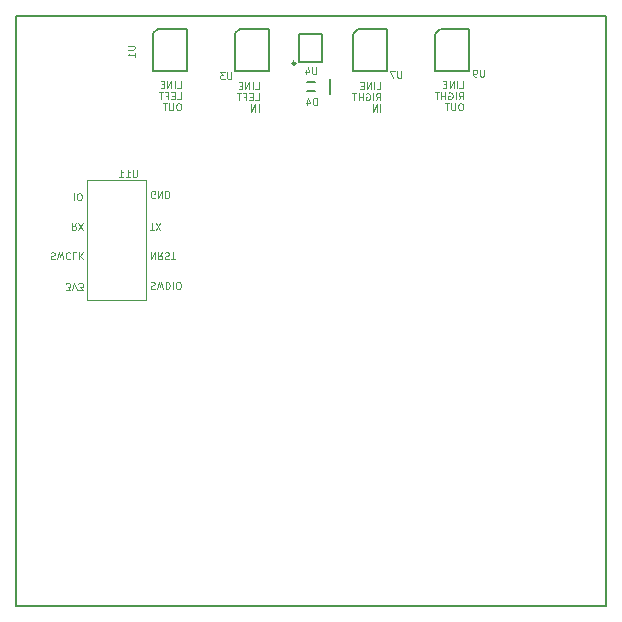
<source format=gbo>
G04 #@! TF.FileFunction,Legend,Bot*
%FSLAX46Y46*%
G04 Gerber Fmt 4.6, Leading zero omitted, Abs format (unit mm)*
G04 Created by KiCad (PCBNEW (2016-01-20 BZR 6502, Git 4c1d9af)-product) date Mon 29 Feb 2016 08:28:28 AM EST*
%MOMM*%
G01*
G04 APERTURE LIST*
%ADD10C,0.100000*%
%ADD11C,0.150000*%
%ADD12C,0.250000*%
G04 APERTURE END LIST*
D10*
X104928572Y-65028571D02*
X104928572Y-65628571D01*
X105328572Y-65628571D02*
X105442858Y-65628571D01*
X105500000Y-65600000D01*
X105557143Y-65542857D01*
X105585715Y-65428571D01*
X105585715Y-65228571D01*
X105557143Y-65114286D01*
X105500000Y-65057143D01*
X105442858Y-65028571D01*
X105328572Y-65028571D01*
X105271429Y-65057143D01*
X105214286Y-65114286D01*
X105185715Y-65228571D01*
X105185715Y-65428571D01*
X105214286Y-65542857D01*
X105271429Y-65600000D01*
X105328572Y-65628571D01*
X105114285Y-67528571D02*
X104914285Y-67814286D01*
X104771428Y-67528571D02*
X104771428Y-68128571D01*
X105000000Y-68128571D01*
X105057142Y-68100000D01*
X105085714Y-68071429D01*
X105114285Y-68014286D01*
X105114285Y-67928571D01*
X105085714Y-67871429D01*
X105057142Y-67842857D01*
X105000000Y-67814286D01*
X104771428Y-67814286D01*
X105314285Y-68128571D02*
X105714285Y-67528571D01*
X105714285Y-68128571D02*
X105314285Y-67528571D01*
X102971429Y-70057143D02*
X103057143Y-70028571D01*
X103200000Y-70028571D01*
X103257143Y-70057143D01*
X103285714Y-70085714D01*
X103314286Y-70142857D01*
X103314286Y-70200000D01*
X103285714Y-70257143D01*
X103257143Y-70285714D01*
X103200000Y-70314286D01*
X103085714Y-70342857D01*
X103028572Y-70371429D01*
X103000000Y-70400000D01*
X102971429Y-70457143D01*
X102971429Y-70514286D01*
X103000000Y-70571429D01*
X103028572Y-70600000D01*
X103085714Y-70628571D01*
X103228572Y-70628571D01*
X103314286Y-70600000D01*
X103514286Y-70628571D02*
X103657143Y-70028571D01*
X103771429Y-70457143D01*
X103885715Y-70028571D01*
X104028572Y-70628571D01*
X104600000Y-70085714D02*
X104571429Y-70057143D01*
X104485715Y-70028571D01*
X104428572Y-70028571D01*
X104342857Y-70057143D01*
X104285715Y-70114286D01*
X104257143Y-70171429D01*
X104228572Y-70285714D01*
X104228572Y-70371429D01*
X104257143Y-70485714D01*
X104285715Y-70542857D01*
X104342857Y-70600000D01*
X104428572Y-70628571D01*
X104485715Y-70628571D01*
X104571429Y-70600000D01*
X104600000Y-70571429D01*
X105142857Y-70028571D02*
X104857143Y-70028571D01*
X104857143Y-70628571D01*
X105342857Y-70028571D02*
X105342857Y-70628571D01*
X105685714Y-70028571D02*
X105428571Y-70371429D01*
X105685714Y-70628571D02*
X105342857Y-70285714D01*
X104228570Y-73228571D02*
X104599999Y-73228571D01*
X104399999Y-73000000D01*
X104485713Y-73000000D01*
X104542856Y-72971429D01*
X104571427Y-72942857D01*
X104599999Y-72885714D01*
X104599999Y-72742857D01*
X104571427Y-72685714D01*
X104542856Y-72657143D01*
X104485713Y-72628571D01*
X104314285Y-72628571D01*
X104257142Y-72657143D01*
X104228570Y-72685714D01*
X104771428Y-73228571D02*
X104971428Y-72628571D01*
X105171428Y-73228571D01*
X105314285Y-73228571D02*
X105685714Y-73228571D01*
X105485714Y-73000000D01*
X105571428Y-73000000D01*
X105628571Y-72971429D01*
X105657142Y-72942857D01*
X105685714Y-72885714D01*
X105685714Y-72742857D01*
X105657142Y-72685714D01*
X105628571Y-72657143D01*
X105571428Y-72628571D01*
X105400000Y-72628571D01*
X105342857Y-72657143D01*
X105314285Y-72685714D01*
X111414286Y-72557143D02*
X111500000Y-72528571D01*
X111642857Y-72528571D01*
X111700000Y-72557143D01*
X111728571Y-72585714D01*
X111757143Y-72642857D01*
X111757143Y-72700000D01*
X111728571Y-72757143D01*
X111700000Y-72785714D01*
X111642857Y-72814286D01*
X111528571Y-72842857D01*
X111471429Y-72871429D01*
X111442857Y-72900000D01*
X111414286Y-72957143D01*
X111414286Y-73014286D01*
X111442857Y-73071429D01*
X111471429Y-73100000D01*
X111528571Y-73128571D01*
X111671429Y-73128571D01*
X111757143Y-73100000D01*
X111957143Y-73128571D02*
X112100000Y-72528571D01*
X112214286Y-72957143D01*
X112328572Y-72528571D01*
X112471429Y-73128571D01*
X112700000Y-72528571D02*
X112700000Y-73128571D01*
X112842857Y-73128571D01*
X112928572Y-73100000D01*
X112985714Y-73042857D01*
X113014286Y-72985714D01*
X113042857Y-72871429D01*
X113042857Y-72785714D01*
X113014286Y-72671429D01*
X112985714Y-72614286D01*
X112928572Y-72557143D01*
X112842857Y-72528571D01*
X112700000Y-72528571D01*
X113300000Y-72528571D02*
X113300000Y-73128571D01*
X113700000Y-73128571D02*
X113814286Y-73128571D01*
X113871428Y-73100000D01*
X113928571Y-73042857D01*
X113957143Y-72928571D01*
X113957143Y-72728571D01*
X113928571Y-72614286D01*
X113871428Y-72557143D01*
X113814286Y-72528571D01*
X113700000Y-72528571D01*
X113642857Y-72557143D01*
X113585714Y-72614286D01*
X113557143Y-72728571D01*
X113557143Y-72928571D01*
X113585714Y-73042857D01*
X113642857Y-73100000D01*
X113700000Y-73128571D01*
X111442857Y-70028571D02*
X111442857Y-70628571D01*
X111785714Y-70028571D01*
X111785714Y-70628571D01*
X112414285Y-70028571D02*
X112214285Y-70314286D01*
X112071428Y-70028571D02*
X112071428Y-70628571D01*
X112300000Y-70628571D01*
X112357142Y-70600000D01*
X112385714Y-70571429D01*
X112414285Y-70514286D01*
X112414285Y-70428571D01*
X112385714Y-70371429D01*
X112357142Y-70342857D01*
X112300000Y-70314286D01*
X112071428Y-70314286D01*
X112642857Y-70057143D02*
X112728571Y-70028571D01*
X112871428Y-70028571D01*
X112928571Y-70057143D01*
X112957142Y-70085714D01*
X112985714Y-70142857D01*
X112985714Y-70200000D01*
X112957142Y-70257143D01*
X112928571Y-70285714D01*
X112871428Y-70314286D01*
X112757142Y-70342857D01*
X112700000Y-70371429D01*
X112671428Y-70400000D01*
X112642857Y-70457143D01*
X112642857Y-70514286D01*
X112671428Y-70571429D01*
X112700000Y-70600000D01*
X112757142Y-70628571D01*
X112900000Y-70628571D01*
X112985714Y-70600000D01*
X113157143Y-70628571D02*
X113500000Y-70628571D01*
X113328571Y-70028571D02*
X113328571Y-70628571D01*
X111357143Y-68128571D02*
X111700000Y-68128571D01*
X111528571Y-67528571D02*
X111528571Y-68128571D01*
X111842857Y-68128571D02*
X112242857Y-67528571D01*
X112242857Y-68128571D02*
X111842857Y-67528571D01*
X111757143Y-65400000D02*
X111700000Y-65428571D01*
X111614286Y-65428571D01*
X111528571Y-65400000D01*
X111471429Y-65342857D01*
X111442857Y-65285714D01*
X111414286Y-65171429D01*
X111414286Y-65085714D01*
X111442857Y-64971429D01*
X111471429Y-64914286D01*
X111528571Y-64857143D01*
X111614286Y-64828571D01*
X111671429Y-64828571D01*
X111757143Y-64857143D01*
X111785714Y-64885714D01*
X111785714Y-65085714D01*
X111671429Y-65085714D01*
X112042857Y-64828571D02*
X112042857Y-65428571D01*
X112385714Y-64828571D01*
X112385714Y-65428571D01*
X112671428Y-64828571D02*
X112671428Y-65428571D01*
X112814285Y-65428571D01*
X112900000Y-65400000D01*
X112957142Y-65342857D01*
X112985714Y-65285714D01*
X113014285Y-65171429D01*
X113014285Y-65085714D01*
X112985714Y-64971429D01*
X112957142Y-64914286D01*
X112900000Y-64857143D01*
X112814285Y-64828571D01*
X112671428Y-64828571D01*
X137571429Y-56131429D02*
X137857143Y-56131429D01*
X137857143Y-55531429D01*
X137371429Y-56131429D02*
X137371429Y-55531429D01*
X137085715Y-56131429D02*
X137085715Y-55531429D01*
X136742858Y-56131429D01*
X136742858Y-55531429D01*
X136457144Y-55817143D02*
X136257144Y-55817143D01*
X136171430Y-56131429D02*
X136457144Y-56131429D01*
X136457144Y-55531429D01*
X136171430Y-55531429D01*
X137514286Y-57071429D02*
X137714286Y-56785714D01*
X137857143Y-57071429D02*
X137857143Y-56471429D01*
X137628571Y-56471429D01*
X137571429Y-56500000D01*
X137542857Y-56528571D01*
X137514286Y-56585714D01*
X137514286Y-56671429D01*
X137542857Y-56728571D01*
X137571429Y-56757143D01*
X137628571Y-56785714D01*
X137857143Y-56785714D01*
X137257143Y-57071429D02*
X137257143Y-56471429D01*
X136657143Y-56500000D02*
X136714286Y-56471429D01*
X136800000Y-56471429D01*
X136885715Y-56500000D01*
X136942857Y-56557143D01*
X136971429Y-56614286D01*
X137000000Y-56728571D01*
X137000000Y-56814286D01*
X136971429Y-56928571D01*
X136942857Y-56985714D01*
X136885715Y-57042857D01*
X136800000Y-57071429D01*
X136742857Y-57071429D01*
X136657143Y-57042857D01*
X136628572Y-57014286D01*
X136628572Y-56814286D01*
X136742857Y-56814286D01*
X136371429Y-57071429D02*
X136371429Y-56471429D01*
X136371429Y-56757143D02*
X136028572Y-56757143D01*
X136028572Y-57071429D02*
X136028572Y-56471429D01*
X135828572Y-56471429D02*
X135485715Y-56471429D01*
X135657144Y-57071429D02*
X135657144Y-56471429D01*
X137742857Y-57411429D02*
X137628571Y-57411429D01*
X137571429Y-57440000D01*
X137514286Y-57497143D01*
X137485714Y-57611429D01*
X137485714Y-57811429D01*
X137514286Y-57925714D01*
X137571429Y-57982857D01*
X137628571Y-58011429D01*
X137742857Y-58011429D01*
X137800000Y-57982857D01*
X137857143Y-57925714D01*
X137885714Y-57811429D01*
X137885714Y-57611429D01*
X137857143Y-57497143D01*
X137800000Y-57440000D01*
X137742857Y-57411429D01*
X137228572Y-57411429D02*
X137228572Y-57897143D01*
X137200000Y-57954286D01*
X137171429Y-57982857D01*
X137114286Y-58011429D01*
X137000000Y-58011429D01*
X136942858Y-57982857D01*
X136914286Y-57954286D01*
X136885715Y-57897143D01*
X136885715Y-57411429D01*
X136685715Y-57411429D02*
X136342858Y-57411429D01*
X136514287Y-58011429D02*
X136514287Y-57411429D01*
X130571429Y-56231429D02*
X130857143Y-56231429D01*
X130857143Y-55631429D01*
X130371429Y-56231429D02*
X130371429Y-55631429D01*
X130085715Y-56231429D02*
X130085715Y-55631429D01*
X129742858Y-56231429D01*
X129742858Y-55631429D01*
X129457144Y-55917143D02*
X129257144Y-55917143D01*
X129171430Y-56231429D02*
X129457144Y-56231429D01*
X129457144Y-55631429D01*
X129171430Y-55631429D01*
X130514286Y-57171429D02*
X130714286Y-56885714D01*
X130857143Y-57171429D02*
X130857143Y-56571429D01*
X130628571Y-56571429D01*
X130571429Y-56600000D01*
X130542857Y-56628571D01*
X130514286Y-56685714D01*
X130514286Y-56771429D01*
X130542857Y-56828571D01*
X130571429Y-56857143D01*
X130628571Y-56885714D01*
X130857143Y-56885714D01*
X130257143Y-57171429D02*
X130257143Y-56571429D01*
X129657143Y-56600000D02*
X129714286Y-56571429D01*
X129800000Y-56571429D01*
X129885715Y-56600000D01*
X129942857Y-56657143D01*
X129971429Y-56714286D01*
X130000000Y-56828571D01*
X130000000Y-56914286D01*
X129971429Y-57028571D01*
X129942857Y-57085714D01*
X129885715Y-57142857D01*
X129800000Y-57171429D01*
X129742857Y-57171429D01*
X129657143Y-57142857D01*
X129628572Y-57114286D01*
X129628572Y-56914286D01*
X129742857Y-56914286D01*
X129371429Y-57171429D02*
X129371429Y-56571429D01*
X129371429Y-56857143D02*
X129028572Y-56857143D01*
X129028572Y-57171429D02*
X129028572Y-56571429D01*
X128828572Y-56571429D02*
X128485715Y-56571429D01*
X128657144Y-57171429D02*
X128657144Y-56571429D01*
X130857143Y-58111429D02*
X130857143Y-57511429D01*
X130571429Y-58111429D02*
X130571429Y-57511429D01*
X130228572Y-58111429D01*
X130228572Y-57511429D01*
X120271429Y-56231429D02*
X120557143Y-56231429D01*
X120557143Y-55631429D01*
X120071429Y-56231429D02*
X120071429Y-55631429D01*
X119785715Y-56231429D02*
X119785715Y-55631429D01*
X119442858Y-56231429D01*
X119442858Y-55631429D01*
X119157144Y-55917143D02*
X118957144Y-55917143D01*
X118871430Y-56231429D02*
X119157144Y-56231429D01*
X119157144Y-55631429D01*
X118871430Y-55631429D01*
X120271429Y-57171429D02*
X120557143Y-57171429D01*
X120557143Y-56571429D01*
X120071429Y-56857143D02*
X119871429Y-56857143D01*
X119785715Y-57171429D02*
X120071429Y-57171429D01*
X120071429Y-56571429D01*
X119785715Y-56571429D01*
X119328572Y-56857143D02*
X119528572Y-56857143D01*
X119528572Y-57171429D02*
X119528572Y-56571429D01*
X119242858Y-56571429D01*
X119100000Y-56571429D02*
X118757143Y-56571429D01*
X118928572Y-57171429D02*
X118928572Y-56571429D01*
X120557143Y-58111429D02*
X120557143Y-57511429D01*
X120271429Y-58111429D02*
X120271429Y-57511429D01*
X119928572Y-58111429D01*
X119928572Y-57511429D01*
X113671429Y-56131429D02*
X113957143Y-56131429D01*
X113957143Y-55531429D01*
X113471429Y-56131429D02*
X113471429Y-55531429D01*
X113185715Y-56131429D02*
X113185715Y-55531429D01*
X112842858Y-56131429D01*
X112842858Y-55531429D01*
X112557144Y-55817143D02*
X112357144Y-55817143D01*
X112271430Y-56131429D02*
X112557144Y-56131429D01*
X112557144Y-55531429D01*
X112271430Y-55531429D01*
X113671429Y-57071429D02*
X113957143Y-57071429D01*
X113957143Y-56471429D01*
X113471429Y-56757143D02*
X113271429Y-56757143D01*
X113185715Y-57071429D02*
X113471429Y-57071429D01*
X113471429Y-56471429D01*
X113185715Y-56471429D01*
X112728572Y-56757143D02*
X112928572Y-56757143D01*
X112928572Y-57071429D02*
X112928572Y-56471429D01*
X112642858Y-56471429D01*
X112500000Y-56471429D02*
X112157143Y-56471429D01*
X112328572Y-57071429D02*
X112328572Y-56471429D01*
X113842857Y-57411429D02*
X113728571Y-57411429D01*
X113671429Y-57440000D01*
X113614286Y-57497143D01*
X113585714Y-57611429D01*
X113585714Y-57811429D01*
X113614286Y-57925714D01*
X113671429Y-57982857D01*
X113728571Y-58011429D01*
X113842857Y-58011429D01*
X113900000Y-57982857D01*
X113957143Y-57925714D01*
X113985714Y-57811429D01*
X113985714Y-57611429D01*
X113957143Y-57497143D01*
X113900000Y-57440000D01*
X113842857Y-57411429D01*
X113328572Y-57411429D02*
X113328572Y-57897143D01*
X113300000Y-57954286D01*
X113271429Y-57982857D01*
X113214286Y-58011429D01*
X113100000Y-58011429D01*
X113042858Y-57982857D01*
X113014286Y-57954286D01*
X112985715Y-57897143D01*
X112985715Y-57411429D01*
X112785715Y-57411429D02*
X112442858Y-57411429D01*
X112614287Y-58011429D02*
X112614287Y-57411429D01*
D11*
X150000000Y-100000000D02*
X150000000Y-50000000D01*
X100000000Y-100000000D02*
X150000000Y-100000000D01*
X100000000Y-50000000D02*
X100000000Y-100000000D01*
X100000000Y-50000000D02*
X150000000Y-50000000D01*
X124669000Y-55619000D02*
X125304000Y-55619000D01*
X124669000Y-56381000D02*
X125304000Y-56381000D01*
X126574000Y-56635000D02*
X126574000Y-55365000D01*
X111600000Y-54700000D02*
X111600000Y-51550000D01*
X114500000Y-54700000D02*
X111600000Y-54700000D01*
X114500000Y-51100000D02*
X114500000Y-54700000D01*
X112070000Y-51100000D02*
X114500000Y-51100000D01*
X111653000Y-51503000D02*
X112034000Y-51122000D01*
X118550000Y-54700000D02*
X118550000Y-51550000D01*
X121450000Y-54700000D02*
X118550000Y-54700000D01*
X121450000Y-51100000D02*
X121450000Y-54700000D01*
X119020000Y-51100000D02*
X121450000Y-51100000D01*
X118603000Y-51503000D02*
X118984000Y-51122000D01*
X123950000Y-53950000D02*
X123950000Y-51550000D01*
X125950000Y-53950000D02*
X123950000Y-53950000D01*
X125950000Y-51550000D02*
X125950000Y-53950000D01*
X123950000Y-51550000D02*
X125950000Y-51550000D01*
D12*
X123680000Y-54020000D02*
G75*
G03X123680000Y-54020000I-127000J0D01*
G01*
D11*
X128550000Y-54700000D02*
X128550000Y-51550000D01*
X131450000Y-54700000D02*
X128550000Y-54700000D01*
X131450000Y-51100000D02*
X131450000Y-54700000D01*
X129020000Y-51100000D02*
X131450000Y-51100000D01*
X128603000Y-51503000D02*
X128984000Y-51122000D01*
X135500000Y-54700000D02*
X135500000Y-51550000D01*
X138400000Y-54700000D02*
X135500000Y-54700000D01*
X138400000Y-51100000D02*
X138400000Y-54700000D01*
X135970000Y-51100000D02*
X138400000Y-51100000D01*
X135553000Y-51503000D02*
X135934000Y-51122000D01*
D10*
X111050000Y-74050000D02*
X111050000Y-63890000D01*
X111050000Y-63890000D02*
X106050000Y-63890000D01*
X106050000Y-63890000D02*
X106050000Y-74050000D01*
X106050000Y-74050000D02*
X111050000Y-74050000D01*
X125492857Y-57571429D02*
X125492857Y-56971429D01*
X125350000Y-56971429D01*
X125264285Y-57000000D01*
X125207143Y-57057143D01*
X125178571Y-57114286D01*
X125150000Y-57228571D01*
X125150000Y-57314286D01*
X125178571Y-57428571D01*
X125207143Y-57485714D01*
X125264285Y-57542857D01*
X125350000Y-57571429D01*
X125492857Y-57571429D01*
X124635714Y-57171429D02*
X124635714Y-57571429D01*
X124778571Y-56942857D02*
X124921428Y-57371429D01*
X124550000Y-57371429D01*
X109471429Y-52542857D02*
X109957143Y-52542857D01*
X110014286Y-52571429D01*
X110042857Y-52600000D01*
X110071429Y-52657143D01*
X110071429Y-52771429D01*
X110042857Y-52828571D01*
X110014286Y-52857143D01*
X109957143Y-52885714D01*
X109471429Y-52885714D01*
X110071429Y-53485714D02*
X110071429Y-53142857D01*
X110071429Y-53314285D02*
X109471429Y-53314285D01*
X109557143Y-53257142D01*
X109614286Y-53200000D01*
X109642857Y-53142857D01*
X118257143Y-54771429D02*
X118257143Y-55257143D01*
X118228571Y-55314286D01*
X118200000Y-55342857D01*
X118142857Y-55371429D01*
X118028571Y-55371429D01*
X117971429Y-55342857D01*
X117942857Y-55314286D01*
X117914286Y-55257143D01*
X117914286Y-54771429D01*
X117685715Y-54771429D02*
X117314286Y-54771429D01*
X117514286Y-55000000D01*
X117428572Y-55000000D01*
X117371429Y-55028571D01*
X117342858Y-55057143D01*
X117314286Y-55114286D01*
X117314286Y-55257143D01*
X117342858Y-55314286D01*
X117371429Y-55342857D01*
X117428572Y-55371429D01*
X117600000Y-55371429D01*
X117657143Y-55342857D01*
X117685715Y-55314286D01*
X125457143Y-54371429D02*
X125457143Y-54857143D01*
X125428571Y-54914286D01*
X125400000Y-54942857D01*
X125342857Y-54971429D01*
X125228571Y-54971429D01*
X125171429Y-54942857D01*
X125142857Y-54914286D01*
X125114286Y-54857143D01*
X125114286Y-54371429D01*
X124571429Y-54571429D02*
X124571429Y-54971429D01*
X124714286Y-54342857D02*
X124857143Y-54771429D01*
X124485715Y-54771429D01*
X132657143Y-54671429D02*
X132657143Y-55157143D01*
X132628571Y-55214286D01*
X132600000Y-55242857D01*
X132542857Y-55271429D01*
X132428571Y-55271429D01*
X132371429Y-55242857D01*
X132342857Y-55214286D01*
X132314286Y-55157143D01*
X132314286Y-54671429D01*
X132085715Y-54671429D02*
X131685715Y-54671429D01*
X131942858Y-55271429D01*
X139657143Y-54571429D02*
X139657143Y-55057143D01*
X139628571Y-55114286D01*
X139600000Y-55142857D01*
X139542857Y-55171429D01*
X139428571Y-55171429D01*
X139371429Y-55142857D01*
X139342857Y-55114286D01*
X139314286Y-55057143D01*
X139314286Y-54571429D01*
X139000000Y-55171429D02*
X138885715Y-55171429D01*
X138828572Y-55142857D01*
X138800000Y-55114286D01*
X138742858Y-55028571D01*
X138714286Y-54914286D01*
X138714286Y-54685714D01*
X138742858Y-54628571D01*
X138771429Y-54600000D01*
X138828572Y-54571429D01*
X138942858Y-54571429D01*
X139000000Y-54600000D01*
X139028572Y-54628571D01*
X139057143Y-54685714D01*
X139057143Y-54828571D01*
X139028572Y-54885714D01*
X139000000Y-54914286D01*
X138942858Y-54942857D01*
X138828572Y-54942857D01*
X138771429Y-54914286D01*
X138742858Y-54885714D01*
X138714286Y-54828571D01*
X110242857Y-63071429D02*
X110242857Y-63557143D01*
X110214285Y-63614286D01*
X110185714Y-63642857D01*
X110128571Y-63671429D01*
X110014285Y-63671429D01*
X109957143Y-63642857D01*
X109928571Y-63614286D01*
X109900000Y-63557143D01*
X109900000Y-63071429D01*
X109300000Y-63671429D02*
X109642857Y-63671429D01*
X109471429Y-63671429D02*
X109471429Y-63071429D01*
X109528572Y-63157143D01*
X109585714Y-63214286D01*
X109642857Y-63242857D01*
X108728571Y-63671429D02*
X109071428Y-63671429D01*
X108900000Y-63671429D02*
X108900000Y-63071429D01*
X108957143Y-63157143D01*
X109014285Y-63214286D01*
X109071428Y-63242857D01*
M02*

</source>
